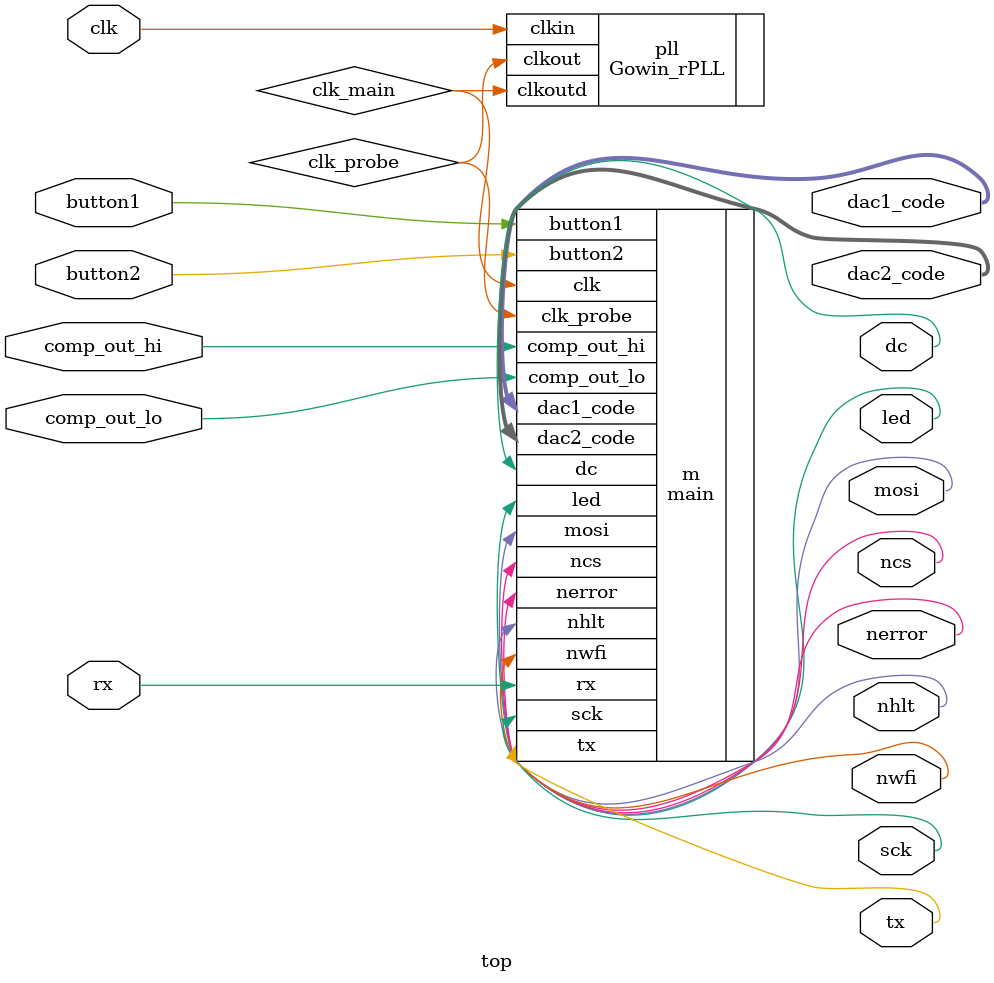
<source format=v>
module top
(
    input wire clk,
    output wire nhlt,
    output wire nerror,
    output wire nwfi,
    input wire button1,
    input wire button2,
    output wire [4:0] dac1_code,
    output wire [4:0] dac2_code,
    input wire comp_out_hi,
    input wire comp_out_lo,
    output wire sck,
    output wire mosi,
    output wire ncs,
    output wire dc,
    output wire tx,
    input wire rx,
    output wire led
);
    wire clk_probe;

    Gowin_rPLL pll(
        .clkout(clk_probe), //output clkout
        .clkoutd(clk_main),
        .clkin(clk) //input clkin
    );

    main m(.clk(clk_main), .clk_probe(clk_probe), .nwfi(nwfi), .nerror(nerror), .nhlt(nhlt), .led(led), .tx(tx), .rx(rx), .sck(sck),
            .mosi(mosi), .ncs(ncs), .dc(dc), .button1(button1), .button2(button2), .dac1_code(dac1_code),
            .dac2_code(dac2_code), .comp_out_hi(comp_out_hi), .comp_out_lo(comp_out_lo));

endmodule

</source>
